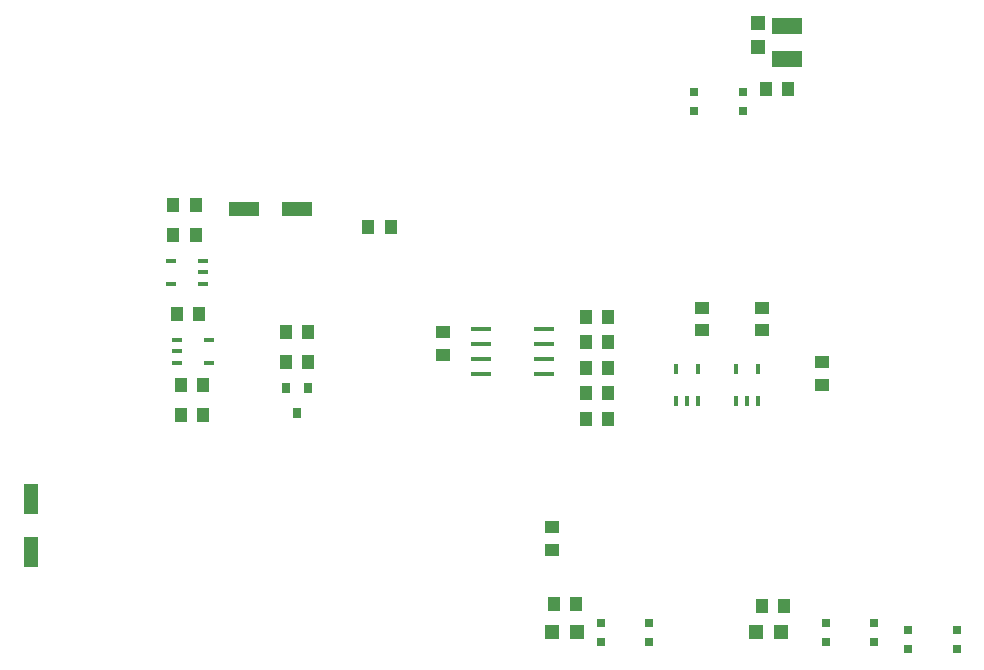
<source format=gtp>
G04 DipTrace 3.0.0.2*
G04 TeensyArbotixProRPIT3.6.gtp*
%MOIN*%
G04 #@! TF.FileFunction,Paste,Top*
G04 #@! TF.Part,Single*
%ADD35R,0.05X0.1*%
%ADD36R,0.1X0.05*%
%ADD47R,0.047244X0.047244*%
%ADD53R,0.031496X0.035433*%
%ADD77R,0.070866X0.015748*%
%ADD81R,0.035433X0.015748*%
%ADD87R,0.015748X0.035433*%
%ADD95R,0.027559X0.031496*%
%ADD113R,0.098425X0.055118*%
%ADD115R,0.051181X0.043307*%
%ADD121R,0.043307X0.051181*%
%FSLAX26Y26*%
G04*
G70*
G90*
G75*
G01*
G04 TopPaste*
%LPD*%
D121*
X2527362Y1366202D3*
X2452559D3*
D35*
X603711Y1012685D3*
Y837685D3*
D36*
X1489961Y1981201D3*
X1314961D3*
D115*
X1977461Y1568701D3*
Y1493898D3*
D113*
X3122449Y2481201D3*
Y2591437D3*
D121*
X2527362Y1451202D3*
X2452559D3*
X1164961Y1631201D3*
X1090158D3*
D115*
X2339961Y843701D3*
Y918504D3*
D47*
Y568701D3*
X2422638D3*
X3102461D3*
X3019784D3*
D95*
X3689666Y575197D3*
X3528248D3*
Y512205D3*
X3689666D3*
D47*
X3027461Y2518701D3*
Y2601378D3*
D53*
X1527362Y1383071D3*
X1452559D3*
X1489961Y1300394D3*
D121*
X1177362Y1392898D3*
X1102559D3*
D115*
X3239961Y1468701D3*
Y1393898D3*
D121*
X1152461Y1893701D3*
X1077658D3*
X2527362Y1281202D3*
X2452559D3*
X3052461Y2381201D3*
X3127264D3*
X1177362Y1292898D3*
X1102559D3*
X1152461Y1993701D3*
X1077658D3*
X2421211Y662452D3*
X2346408D3*
X1452559Y1568701D3*
X1527362D3*
X1452559Y1468701D3*
X1527362D3*
D115*
X3039961Y1651103D3*
Y1576299D3*
X2839961Y1651103D3*
Y1576299D3*
D121*
X3114961Y656201D3*
X3040158D3*
X2527362Y1536202D3*
X2452559D3*
X1727559Y1918701D3*
X1802362D3*
D95*
X2814961Y2306201D3*
X2976378D3*
Y2369193D3*
X2814961D3*
X2503248Y537205D3*
X2664666D3*
Y600197D3*
X2503248D3*
X3414961D3*
X3253544D3*
Y537205D3*
X3414961D3*
D87*
X2752559Y1340551D3*
X2789961D3*
X2827362D3*
Y1446851D3*
X2752559D3*
D81*
X1089961Y1542898D3*
Y1505496D3*
Y1468095D3*
X1196260D3*
Y1542898D3*
X1177461Y1731201D3*
Y1768603D3*
Y1806004D3*
X1071162D3*
Y1731201D3*
D77*
X2314961Y1431201D3*
Y1481201D3*
Y1531201D3*
Y1581201D3*
X2102362D3*
Y1531201D3*
Y1481201D3*
Y1431201D3*
D87*
X2952559Y1340551D3*
X2989961D3*
X3027362D3*
Y1446851D3*
X2952559D3*
D121*
X2527362Y1621202D3*
X2452559D3*
M02*

</source>
